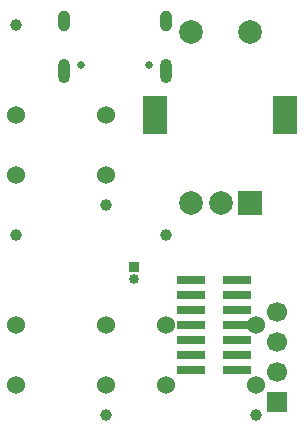
<source format=gbs>
G04 #@! TF.GenerationSoftware,KiCad,Pcbnew,9.0.2*
G04 #@! TF.CreationDate,2025-12-31T10:57:56+01:00*
G04 #@! TF.ProjectId,synthmate_L432,73796e74-686d-4617-9465-5f4c3433322e,rev?*
G04 #@! TF.SameCoordinates,Original*
G04 #@! TF.FileFunction,Soldermask,Bot*
G04 #@! TF.FilePolarity,Negative*
%FSLAX46Y46*%
G04 Gerber Fmt 4.6, Leading zero omitted, Abs format (unit mm)*
G04 Created by KiCad (PCBNEW 9.0.2) date 2025-12-31 10:57:56*
%MOMM*%
%LPD*%
G01*
G04 APERTURE LIST*
%ADD10R,1.700000X1.700000*%
%ADD11C,1.700000*%
%ADD12C,0.650000*%
%ADD13O,1.000000X2.100000*%
%ADD14O,1.000000X1.800000*%
%ADD15R,0.850000X0.850000*%
%ADD16C,0.850000*%
%ADD17C,1.000000*%
%ADD18C,1.524000*%
%ADD19R,2.000000X2.000000*%
%ADD20C,2.000000*%
%ADD21R,2.000000X3.200000*%
%ADD22R,2.400000X0.740000*%
G04 APERTURE END LIST*
D10*
G04 #@! TO.C,J5*
X151610000Y-105600000D03*
D11*
X151610000Y-103060000D03*
X151610000Y-100520000D03*
X151610000Y-97980000D03*
G04 #@! TD*
D12*
G04 #@! TO.C,J1*
X140770000Y-77030000D03*
X134990000Y-77030000D03*
D13*
X142200000Y-77530000D03*
D14*
X142200000Y-73350000D03*
D13*
X133560000Y-77530000D03*
D14*
X133560000Y-73350000D03*
G04 #@! TD*
D15*
G04 #@! TO.C,J3*
X139550000Y-94170000D03*
D16*
X139550000Y-95170000D03*
G04 #@! TD*
D17*
G04 #@! TO.C,SW3*
X137160000Y-106680000D03*
X129540000Y-91440000D03*
D18*
X137160000Y-99060000D03*
X137160000Y-104140000D03*
X129540000Y-99060000D03*
X129540000Y-104140000D03*
G04 #@! TD*
D17*
G04 #@! TO.C,SW2*
X149860000Y-106680000D03*
X142240000Y-91440000D03*
D18*
X149860000Y-99060000D03*
X149860000Y-104140000D03*
X142240000Y-99060000D03*
X142240000Y-104140000D03*
G04 #@! TD*
D19*
G04 #@! TO.C,SW1*
X149360000Y-88770000D03*
D20*
X144360000Y-88770000D03*
X146860000Y-88770000D03*
D21*
X141260000Y-81270000D03*
X152280000Y-81270000D03*
D20*
X144360000Y-74270000D03*
X149360000Y-74270000D03*
G04 #@! TD*
D22*
G04 #@! TO.C,J8*
X148270000Y-95250000D03*
X144370000Y-95250000D03*
X148270000Y-96520000D03*
X144370000Y-96520000D03*
X148270000Y-97790000D03*
X144370000Y-97790000D03*
X148270000Y-99060000D03*
X144370000Y-99060000D03*
X148270000Y-100330000D03*
X144370000Y-100330000D03*
X148270000Y-101600000D03*
X144370000Y-101600000D03*
X148270000Y-102870000D03*
X144370000Y-102870000D03*
G04 #@! TD*
D17*
G04 #@! TO.C,SW5*
X137160000Y-88900000D03*
X129540000Y-73660000D03*
D18*
X137160000Y-81280000D03*
X137160000Y-86360000D03*
X129540000Y-81280000D03*
X129540000Y-86360000D03*
G04 #@! TD*
M02*

</source>
